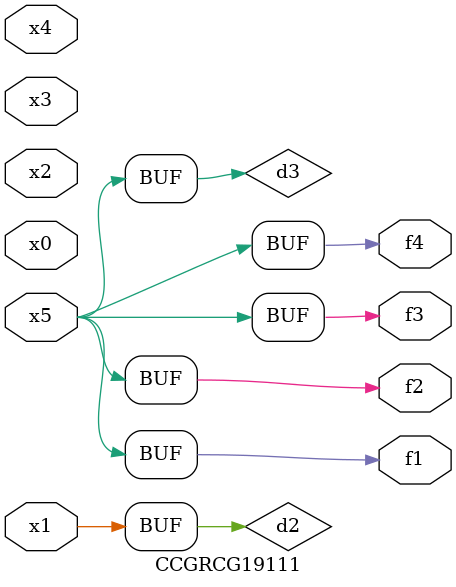
<source format=v>
module CCGRCG19111(
	input x0, x1, x2, x3, x4, x5,
	output f1, f2, f3, f4
);

	wire d1, d2, d3;

	not (d1, x5);
	or (d2, x1);
	xnor (d3, d1);
	assign f1 = d3;
	assign f2 = d3;
	assign f3 = d3;
	assign f4 = d3;
endmodule

</source>
